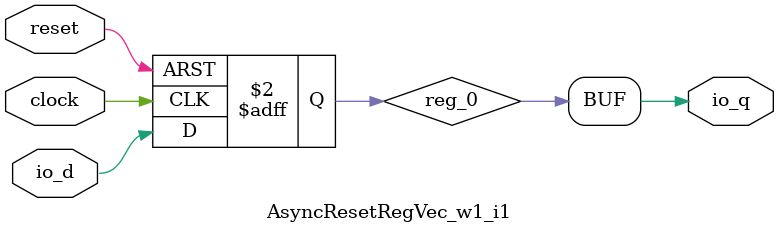
<source format=sv>
`ifndef RANDOMIZE
  `ifdef RANDOMIZE_REG_INIT
    `define RANDOMIZE
  `endif // RANDOMIZE_REG_INIT
`endif // not def RANDOMIZE
`ifndef RANDOMIZE
  `ifdef RANDOMIZE_MEM_INIT
    `define RANDOMIZE
  `endif // RANDOMIZE_MEM_INIT
`endif // not def RANDOMIZE

`ifndef RANDOM
  `define RANDOM $random
`endif // not def RANDOM

// Users can define 'PRINTF_COND' to add an extra gate to prints.
`ifndef PRINTF_COND_
  `ifdef PRINTF_COND
    `define PRINTF_COND_ (`PRINTF_COND)
  `else  // PRINTF_COND
    `define PRINTF_COND_ 1
  `endif // PRINTF_COND
`endif // not def PRINTF_COND_

// Users can define 'ASSERT_VERBOSE_COND' to add an extra gate to assert error printing.
`ifndef ASSERT_VERBOSE_COND_
  `ifdef ASSERT_VERBOSE_COND
    `define ASSERT_VERBOSE_COND_ (`ASSERT_VERBOSE_COND)
  `else  // ASSERT_VERBOSE_COND
    `define ASSERT_VERBOSE_COND_ 1
  `endif // ASSERT_VERBOSE_COND
`endif // not def ASSERT_VERBOSE_COND_

// Users can define 'STOP_COND' to add an extra gate to stop conditions.
`ifndef STOP_COND_
  `ifdef STOP_COND
    `define STOP_COND_ (`STOP_COND)
  `else  // STOP_COND
    `define STOP_COND_ 1
  `endif // STOP_COND
`endif // not def STOP_COND_

// Users can define INIT_RANDOM as general code that gets injected into the
// initializer block for modules with registers.
`ifndef INIT_RANDOM
  `define INIT_RANDOM
`endif // not def INIT_RANDOM

// If using random initialization, you can also define RANDOMIZE_DELAY to
// customize the delay used, otherwise 0.002 is used.
`ifndef RANDOMIZE_DELAY
  `define RANDOMIZE_DELAY 0.002
`endif // not def RANDOMIZE_DELAY

// Define INIT_RANDOM_PROLOG_ for use in our modules below.
`ifndef INIT_RANDOM_PROLOG_
  `ifdef RANDOMIZE
    `ifdef VERILATOR
      `define INIT_RANDOM_PROLOG_ `INIT_RANDOM
    `else  // VERILATOR
      `define INIT_RANDOM_PROLOG_ `INIT_RANDOM #`RANDOMIZE_DELAY begin end
    `endif // VERILATOR
  `else  // RANDOMIZE
    `define INIT_RANDOM_PROLOG_
  `endif // RANDOMIZE
`endif // not def INIT_RANDOM_PROLOG_

// Include register initializers in init blocks unless synthesis is set
`ifndef SYNTHESIS
  `ifndef ENABLE_INITIAL_REG_
    `define ENABLE_INITIAL_REG_
  `endif // not def ENABLE_INITIAL_REG_
`endif // not def SYNTHESIS

// Include rmemory initializers in init blocks unless synthesis is set
`ifndef SYNTHESIS
  `ifndef ENABLE_INITIAL_MEM_
    `define ENABLE_INITIAL_MEM_
  `endif // not def ENABLE_INITIAL_MEM_
`endif // not def SYNTHESIS

module AsyncResetRegVec_w1_i1(
  input  clock,
         reset,
         io_d,	// @[generators/rocket-chip/src/main/scala/util/AsyncResetReg.scala:59:14]
  output io_q	// @[generators/rocket-chip/src/main/scala/util/AsyncResetReg.scala:59:14]
);

  reg reg_0;	// @[generators/rocket-chip/src/main/scala/util/AsyncResetReg.scala:61:50]
  always @(posedge clock or posedge reset) begin
    if (reset)
      reg_0 <= 1'h1;	// @[generators/rocket-chip/src/main/scala/util/AsyncResetReg.scala:61:50]
    else
      reg_0 <= io_d;	// @[generators/rocket-chip/src/main/scala/util/AsyncResetReg.scala:61:50]
  end // always @(posedge, posedge)
  `ifdef ENABLE_INITIAL_REG_
    `ifdef FIRRTL_BEFORE_INITIAL
      `FIRRTL_BEFORE_INITIAL
    `endif // FIRRTL_BEFORE_INITIAL
    logic [31:0] _RANDOM[0:0];
    initial begin
      `ifdef INIT_RANDOM_PROLOG_
        `INIT_RANDOM_PROLOG_
      `endif // INIT_RANDOM_PROLOG_
      `ifdef RANDOMIZE_REG_INIT
        _RANDOM[/*Zero width*/ 1'b0] = `RANDOM;
        reg_0 = _RANDOM[/*Zero width*/ 1'b0][0];	// @[generators/rocket-chip/src/main/scala/util/AsyncResetReg.scala:61:50]
      `endif // RANDOMIZE_REG_INIT
      if (reset)
        reg_0 = 1'h1;	// @[generators/rocket-chip/src/main/scala/util/AsyncResetReg.scala:61:50]
    end // initial
    `ifdef FIRRTL_AFTER_INITIAL
      `FIRRTL_AFTER_INITIAL
    `endif // FIRRTL_AFTER_INITIAL
  `endif // ENABLE_INITIAL_REG_
  assign io_q = reg_0;	// @[generators/rocket-chip/src/main/scala/util/AsyncResetReg.scala:61:50]
endmodule


</source>
